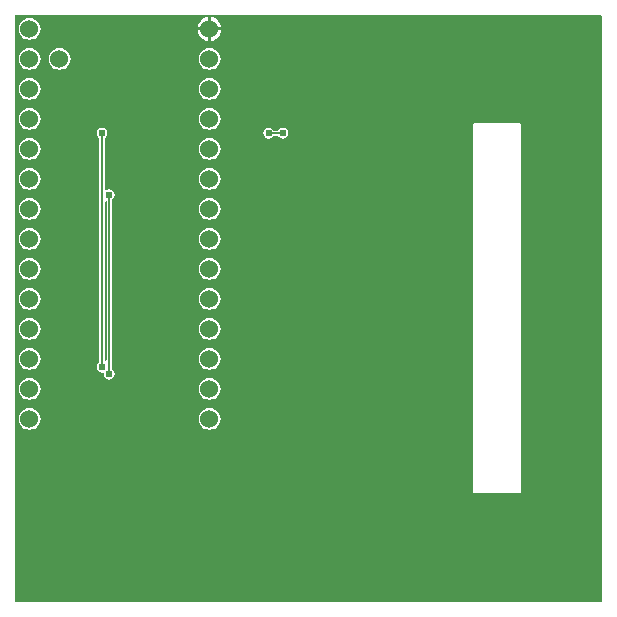
<source format=gtl>
%FSLAX23Y23*%
%MOIN*%
G70*
G01*
G75*
G04 Layer_Physical_Order=1*
G04 Layer_Color=255*
%ADD10C,0.006*%
%ADD11C,0.060*%
%ADD12C,0.020*%
%ADD13C,0.024*%
G36*
X2963Y2959D02*
Y1004D01*
X1004D01*
Y2963D01*
X2959Y2963D01*
X2963Y2959D01*
D02*
G37*
%LPC*%
G36*
X1653Y2051D02*
X1644Y2050D01*
X1635Y2046D01*
X1628Y2040D01*
X1622Y2033D01*
X1618Y2024D01*
X1617Y2015D01*
X1618Y2005D01*
X1622Y1997D01*
X1628Y1989D01*
X1635Y1983D01*
X1644Y1980D01*
X1653Y1978D01*
X1663Y1980D01*
X1672Y1983D01*
X1679Y1989D01*
X1685Y1997D01*
X1688Y2005D01*
X1690Y2015D01*
X1688Y2024D01*
X1685Y2033D01*
X1679Y2040D01*
X1672Y2046D01*
X1663Y2050D01*
X1653Y2051D01*
D02*
G37*
G36*
X1053Y2151D02*
X1044Y2150D01*
X1035Y2146D01*
X1028Y2140D01*
X1022Y2133D01*
X1018Y2124D01*
X1017Y2115D01*
X1018Y2105D01*
X1022Y2097D01*
X1028Y2089D01*
X1035Y2083D01*
X1044Y2080D01*
X1053Y2078D01*
X1063Y2080D01*
X1072Y2083D01*
X1079Y2089D01*
X1085Y2097D01*
X1088Y2105D01*
X1090Y2115D01*
X1088Y2124D01*
X1085Y2133D01*
X1079Y2140D01*
X1072Y2146D01*
X1063Y2150D01*
X1053Y2151D01*
D02*
G37*
G36*
X1653Y1951D02*
X1644Y1950D01*
X1635Y1946D01*
X1628Y1940D01*
X1622Y1933D01*
X1618Y1924D01*
X1617Y1915D01*
X1618Y1905D01*
X1622Y1897D01*
X1628Y1889D01*
X1635Y1883D01*
X1644Y1880D01*
X1653Y1878D01*
X1663Y1880D01*
X1672Y1883D01*
X1679Y1889D01*
X1685Y1897D01*
X1688Y1905D01*
X1690Y1915D01*
X1688Y1924D01*
X1685Y1933D01*
X1679Y1940D01*
X1672Y1946D01*
X1663Y1950D01*
X1653Y1951D01*
D02*
G37*
G36*
X1053Y2051D02*
X1044Y2050D01*
X1035Y2046D01*
X1028Y2040D01*
X1022Y2033D01*
X1018Y2024D01*
X1017Y2015D01*
X1018Y2005D01*
X1022Y1997D01*
X1028Y1989D01*
X1035Y1983D01*
X1044Y1980D01*
X1053Y1978D01*
X1063Y1980D01*
X1072Y1983D01*
X1079Y1989D01*
X1085Y1997D01*
X1088Y2005D01*
X1090Y2015D01*
X1088Y2024D01*
X1085Y2033D01*
X1079Y2040D01*
X1072Y2046D01*
X1063Y2050D01*
X1053Y2051D01*
D02*
G37*
G36*
X1653Y2251D02*
X1644Y2250D01*
X1635Y2246D01*
X1628Y2240D01*
X1622Y2233D01*
X1618Y2224D01*
X1617Y2215D01*
X1618Y2205D01*
X1622Y2197D01*
X1628Y2189D01*
X1635Y2183D01*
X1644Y2180D01*
X1653Y2178D01*
X1663Y2180D01*
X1672Y2183D01*
X1679Y2189D01*
X1685Y2197D01*
X1688Y2205D01*
X1690Y2215D01*
X1688Y2224D01*
X1685Y2233D01*
X1679Y2240D01*
X1672Y2246D01*
X1663Y2250D01*
X1653Y2251D01*
D02*
G37*
G36*
X1053Y2351D02*
X1044Y2350D01*
X1035Y2346D01*
X1028Y2340D01*
X1022Y2333D01*
X1018Y2324D01*
X1017Y2315D01*
X1018Y2305D01*
X1022Y2297D01*
X1028Y2289D01*
X1035Y2283D01*
X1044Y2280D01*
X1053Y2278D01*
X1063Y2280D01*
X1072Y2283D01*
X1079Y2289D01*
X1085Y2297D01*
X1088Y2305D01*
X1090Y2315D01*
X1088Y2324D01*
X1085Y2333D01*
X1079Y2340D01*
X1072Y2346D01*
X1063Y2350D01*
X1053Y2351D01*
D02*
G37*
G36*
X1653Y2151D02*
X1644Y2150D01*
X1635Y2146D01*
X1628Y2140D01*
X1622Y2133D01*
X1618Y2124D01*
X1617Y2115D01*
X1618Y2105D01*
X1622Y2097D01*
X1628Y2089D01*
X1635Y2083D01*
X1644Y2080D01*
X1653Y2078D01*
X1663Y2080D01*
X1672Y2083D01*
X1679Y2089D01*
X1685Y2097D01*
X1688Y2105D01*
X1690Y2115D01*
X1688Y2124D01*
X1685Y2133D01*
X1679Y2140D01*
X1672Y2146D01*
X1663Y2150D01*
X1653Y2151D01*
D02*
G37*
G36*
X1053Y2251D02*
X1044Y2250D01*
X1035Y2246D01*
X1028Y2240D01*
X1022Y2233D01*
X1018Y2224D01*
X1017Y2215D01*
X1018Y2205D01*
X1022Y2197D01*
X1028Y2189D01*
X1035Y2183D01*
X1044Y2180D01*
X1053Y2178D01*
X1063Y2180D01*
X1072Y2183D01*
X1079Y2189D01*
X1085Y2197D01*
X1088Y2205D01*
X1090Y2215D01*
X1088Y2224D01*
X1085Y2233D01*
X1079Y2240D01*
X1072Y2246D01*
X1063Y2250D01*
X1053Y2251D01*
D02*
G37*
G36*
Y1951D02*
X1044Y1950D01*
X1035Y1946D01*
X1028Y1940D01*
X1022Y1933D01*
X1018Y1924D01*
X1017Y1915D01*
X1018Y1905D01*
X1022Y1897D01*
X1028Y1889D01*
X1035Y1883D01*
X1044Y1880D01*
X1053Y1878D01*
X1063Y1880D01*
X1072Y1883D01*
X1079Y1889D01*
X1085Y1897D01*
X1088Y1905D01*
X1090Y1915D01*
X1088Y1924D01*
X1085Y1933D01*
X1079Y1940D01*
X1072Y1946D01*
X1063Y1950D01*
X1053Y1951D01*
D02*
G37*
G36*
X1653Y1651D02*
X1644Y1650D01*
X1635Y1646D01*
X1628Y1640D01*
X1622Y1633D01*
X1618Y1624D01*
X1617Y1615D01*
X1618Y1605D01*
X1622Y1597D01*
X1628Y1589D01*
X1635Y1583D01*
X1644Y1580D01*
X1653Y1578D01*
X1663Y1580D01*
X1672Y1583D01*
X1679Y1589D01*
X1685Y1597D01*
X1688Y1605D01*
X1690Y1615D01*
X1688Y1624D01*
X1685Y1633D01*
X1679Y1640D01*
X1672Y1646D01*
X1663Y1650D01*
X1653Y1651D01*
D02*
G37*
G36*
X1053Y1751D02*
X1044Y1750D01*
X1035Y1746D01*
X1028Y1740D01*
X1022Y1733D01*
X1018Y1724D01*
X1017Y1715D01*
X1018Y1705D01*
X1022Y1697D01*
X1028Y1689D01*
X1035Y1683D01*
X1044Y1680D01*
X1053Y1678D01*
X1063Y1680D01*
X1072Y1683D01*
X1079Y1689D01*
X1085Y1697D01*
X1088Y1705D01*
X1090Y1715D01*
X1088Y1724D01*
X1085Y1733D01*
X1079Y1740D01*
X1072Y1746D01*
X1063Y1750D01*
X1053Y1751D01*
D02*
G37*
G36*
X2685Y2601D02*
X2537D01*
X2533Y2599D01*
X2531Y2594D01*
Y1374D01*
X2533Y1369D01*
X2537Y1368D01*
X2685D01*
X2690Y1369D01*
X2692Y1374D01*
Y2594D01*
X2690Y2599D01*
X2685Y2601D01*
D02*
G37*
G36*
X1053Y1651D02*
X1044Y1650D01*
X1035Y1646D01*
X1028Y1640D01*
X1022Y1633D01*
X1018Y1624D01*
X1017Y1615D01*
X1018Y1605D01*
X1022Y1597D01*
X1028Y1589D01*
X1035Y1583D01*
X1044Y1580D01*
X1053Y1578D01*
X1063Y1580D01*
X1072Y1583D01*
X1079Y1589D01*
X1085Y1597D01*
X1088Y1605D01*
X1090Y1615D01*
X1088Y1624D01*
X1085Y1633D01*
X1079Y1640D01*
X1072Y1646D01*
X1063Y1650D01*
X1053Y1651D01*
D02*
G37*
G36*
Y1851D02*
X1044Y1850D01*
X1035Y1846D01*
X1028Y1840D01*
X1022Y1833D01*
X1018Y1824D01*
X1017Y1815D01*
X1018Y1805D01*
X1022Y1797D01*
X1028Y1789D01*
X1035Y1783D01*
X1044Y1780D01*
X1053Y1778D01*
X1063Y1780D01*
X1072Y1783D01*
X1079Y1789D01*
X1085Y1797D01*
X1088Y1805D01*
X1090Y1815D01*
X1088Y1824D01*
X1085Y1833D01*
X1079Y1840D01*
X1072Y1846D01*
X1063Y1850D01*
X1053Y1851D01*
D02*
G37*
G36*
X1653D02*
X1644Y1850D01*
X1635Y1846D01*
X1628Y1840D01*
X1622Y1833D01*
X1618Y1824D01*
X1617Y1815D01*
X1618Y1805D01*
X1622Y1797D01*
X1628Y1789D01*
X1635Y1783D01*
X1644Y1780D01*
X1653Y1778D01*
X1663Y1780D01*
X1672Y1783D01*
X1679Y1789D01*
X1685Y1797D01*
X1688Y1805D01*
X1690Y1815D01*
X1688Y1824D01*
X1685Y1833D01*
X1679Y1840D01*
X1672Y1846D01*
X1663Y1850D01*
X1653Y1851D01*
D02*
G37*
G36*
Y1751D02*
X1644Y1750D01*
X1635Y1746D01*
X1628Y1740D01*
X1622Y1733D01*
X1618Y1724D01*
X1617Y1715D01*
X1618Y1705D01*
X1622Y1697D01*
X1628Y1689D01*
X1635Y1683D01*
X1644Y1680D01*
X1653Y1678D01*
X1663Y1680D01*
X1672Y1683D01*
X1679Y1689D01*
X1685Y1697D01*
X1688Y1705D01*
X1690Y1715D01*
X1688Y1724D01*
X1685Y1733D01*
X1679Y1740D01*
X1672Y1746D01*
X1663Y1750D01*
X1653Y1751D01*
D02*
G37*
G36*
X1295Y2585D02*
X1288Y2584D01*
X1282Y2580D01*
X1278Y2574D01*
X1277Y2567D01*
X1278Y2560D01*
X1282Y2554D01*
X1286Y2552D01*
Y1803D01*
X1282Y1800D01*
X1278Y1794D01*
X1277Y1787D01*
X1278Y1780D01*
X1282Y1775D01*
X1288Y1771D01*
X1295Y1769D01*
X1298Y1770D01*
X1301Y1766D01*
X1301Y1764D01*
X1302Y1757D01*
X1306Y1751D01*
X1312Y1747D01*
X1319Y1746D01*
X1326Y1747D01*
X1332Y1751D01*
X1336Y1757D01*
X1337Y1764D01*
X1336Y1771D01*
X1332Y1777D01*
X1328Y1779D01*
Y2347D01*
X1332Y2349D01*
X1336Y2355D01*
X1337Y2362D01*
X1336Y2369D01*
X1332Y2375D01*
X1326Y2379D01*
X1319Y2380D01*
X1312Y2379D01*
X1309Y2377D01*
X1304Y2380D01*
Y2552D01*
X1308Y2554D01*
X1312Y2560D01*
X1313Y2567D01*
X1312Y2574D01*
X1308Y2580D01*
X1302Y2584D01*
X1295Y2585D01*
D02*
G37*
G36*
X1053Y2851D02*
X1044Y2850D01*
X1035Y2846D01*
X1028Y2840D01*
X1022Y2833D01*
X1018Y2824D01*
X1017Y2815D01*
X1018Y2805D01*
X1022Y2797D01*
X1028Y2789D01*
X1035Y2783D01*
X1044Y2780D01*
X1053Y2778D01*
X1063Y2780D01*
X1072Y2783D01*
X1079Y2789D01*
X1085Y2797D01*
X1088Y2805D01*
X1090Y2815D01*
X1088Y2824D01*
X1085Y2833D01*
X1079Y2840D01*
X1072Y2846D01*
X1063Y2850D01*
X1053Y2851D01*
D02*
G37*
G36*
X1153D02*
X1144Y2850D01*
X1135Y2846D01*
X1128Y2840D01*
X1122Y2833D01*
X1118Y2824D01*
X1117Y2815D01*
X1118Y2805D01*
X1122Y2797D01*
X1128Y2789D01*
X1135Y2783D01*
X1144Y2780D01*
X1153Y2778D01*
X1163Y2780D01*
X1172Y2783D01*
X1179Y2789D01*
X1185Y2797D01*
X1188Y2805D01*
X1190Y2815D01*
X1188Y2824D01*
X1185Y2833D01*
X1179Y2840D01*
X1172Y2846D01*
X1163Y2850D01*
X1153Y2851D01*
D02*
G37*
G36*
X1658Y2954D02*
Y2920D01*
X1693D01*
X1692Y2925D01*
X1688Y2935D01*
X1682Y2943D01*
X1674Y2950D01*
X1664Y2954D01*
X1658Y2954D01*
D02*
G37*
G36*
X1653Y2751D02*
X1644Y2750D01*
X1635Y2746D01*
X1628Y2740D01*
X1622Y2733D01*
X1618Y2724D01*
X1617Y2715D01*
X1618Y2705D01*
X1622Y2697D01*
X1628Y2689D01*
X1635Y2683D01*
X1644Y2680D01*
X1653Y2678D01*
X1663Y2680D01*
X1672Y2683D01*
X1679Y2689D01*
X1685Y2697D01*
X1688Y2705D01*
X1690Y2715D01*
X1688Y2724D01*
X1685Y2733D01*
X1679Y2740D01*
X1672Y2746D01*
X1663Y2750D01*
X1653Y2751D01*
D02*
G37*
G36*
Y2851D02*
X1644Y2850D01*
X1635Y2846D01*
X1628Y2840D01*
X1622Y2833D01*
X1618Y2824D01*
X1617Y2815D01*
X1618Y2805D01*
X1622Y2797D01*
X1628Y2789D01*
X1635Y2783D01*
X1644Y2780D01*
X1653Y2778D01*
X1663Y2780D01*
X1672Y2783D01*
X1679Y2789D01*
X1685Y2797D01*
X1688Y2805D01*
X1690Y2815D01*
X1688Y2824D01*
X1685Y2833D01*
X1679Y2840D01*
X1672Y2846D01*
X1663Y2850D01*
X1653Y2851D01*
D02*
G37*
G36*
X1053Y2951D02*
X1044Y2950D01*
X1035Y2946D01*
X1028Y2940D01*
X1022Y2933D01*
X1018Y2924D01*
X1017Y2915D01*
X1018Y2905D01*
X1022Y2897D01*
X1028Y2889D01*
X1035Y2883D01*
X1044Y2880D01*
X1053Y2878D01*
X1063Y2880D01*
X1072Y2883D01*
X1079Y2889D01*
X1085Y2897D01*
X1088Y2905D01*
X1090Y2915D01*
X1088Y2924D01*
X1085Y2933D01*
X1079Y2940D01*
X1072Y2946D01*
X1063Y2950D01*
X1053Y2951D01*
D02*
G37*
G36*
X1648Y2954D02*
X1643Y2954D01*
X1633Y2950D01*
X1625Y2943D01*
X1618Y2935D01*
X1614Y2925D01*
X1614Y2920D01*
X1648D01*
Y2954D01*
D02*
G37*
G36*
Y2910D02*
X1614D01*
X1614Y2904D01*
X1618Y2895D01*
X1625Y2886D01*
X1633Y2880D01*
X1643Y2876D01*
X1648Y2875D01*
Y2910D01*
D02*
G37*
G36*
X1693D02*
X1658D01*
Y2875D01*
X1664Y2876D01*
X1674Y2880D01*
X1682Y2886D01*
X1688Y2895D01*
X1692Y2904D01*
X1693Y2910D01*
D02*
G37*
G36*
X1653Y2451D02*
X1644Y2450D01*
X1635Y2446D01*
X1628Y2440D01*
X1622Y2433D01*
X1618Y2424D01*
X1617Y2415D01*
X1618Y2405D01*
X1622Y2397D01*
X1628Y2389D01*
X1635Y2383D01*
X1644Y2380D01*
X1653Y2378D01*
X1663Y2380D01*
X1672Y2383D01*
X1679Y2389D01*
X1685Y2397D01*
X1688Y2405D01*
X1690Y2415D01*
X1688Y2424D01*
X1685Y2433D01*
X1679Y2440D01*
X1672Y2446D01*
X1663Y2450D01*
X1653Y2451D01*
D02*
G37*
G36*
X1053Y2551D02*
X1044Y2550D01*
X1035Y2546D01*
X1028Y2540D01*
X1022Y2533D01*
X1018Y2524D01*
X1017Y2515D01*
X1018Y2505D01*
X1022Y2497D01*
X1028Y2489D01*
X1035Y2483D01*
X1044Y2480D01*
X1053Y2478D01*
X1063Y2480D01*
X1072Y2483D01*
X1079Y2489D01*
X1085Y2497D01*
X1088Y2505D01*
X1090Y2515D01*
X1088Y2524D01*
X1085Y2533D01*
X1079Y2540D01*
X1072Y2546D01*
X1063Y2550D01*
X1053Y2551D01*
D02*
G37*
G36*
X1653Y2351D02*
X1644Y2350D01*
X1635Y2346D01*
X1628Y2340D01*
X1622Y2333D01*
X1618Y2324D01*
X1617Y2315D01*
X1618Y2305D01*
X1622Y2297D01*
X1628Y2289D01*
X1635Y2283D01*
X1644Y2280D01*
X1653Y2278D01*
X1663Y2280D01*
X1672Y2283D01*
X1679Y2289D01*
X1685Y2297D01*
X1688Y2305D01*
X1690Y2315D01*
X1688Y2324D01*
X1685Y2333D01*
X1679Y2340D01*
X1672Y2346D01*
X1663Y2350D01*
X1653Y2351D01*
D02*
G37*
G36*
X1053Y2451D02*
X1044Y2450D01*
X1035Y2446D01*
X1028Y2440D01*
X1022Y2433D01*
X1018Y2424D01*
X1017Y2415D01*
X1018Y2405D01*
X1022Y2397D01*
X1028Y2389D01*
X1035Y2383D01*
X1044Y2380D01*
X1053Y2378D01*
X1063Y2380D01*
X1072Y2383D01*
X1079Y2389D01*
X1085Y2397D01*
X1088Y2405D01*
X1090Y2415D01*
X1088Y2424D01*
X1085Y2433D01*
X1079Y2440D01*
X1072Y2446D01*
X1063Y2450D01*
X1053Y2451D01*
D02*
G37*
G36*
X1653Y2551D02*
X1644Y2550D01*
X1635Y2546D01*
X1628Y2540D01*
X1622Y2533D01*
X1618Y2524D01*
X1617Y2515D01*
X1618Y2505D01*
X1622Y2497D01*
X1628Y2489D01*
X1635Y2483D01*
X1644Y2480D01*
X1653Y2478D01*
X1663Y2480D01*
X1672Y2483D01*
X1679Y2489D01*
X1685Y2497D01*
X1688Y2505D01*
X1690Y2515D01*
X1688Y2524D01*
X1685Y2533D01*
X1679Y2540D01*
X1672Y2546D01*
X1663Y2550D01*
X1653Y2551D01*
D02*
G37*
G36*
Y2651D02*
X1644Y2650D01*
X1635Y2646D01*
X1628Y2640D01*
X1622Y2633D01*
X1618Y2624D01*
X1617Y2615D01*
X1618Y2605D01*
X1622Y2597D01*
X1628Y2589D01*
X1635Y2583D01*
X1644Y2580D01*
X1653Y2578D01*
X1663Y2580D01*
X1672Y2583D01*
X1679Y2589D01*
X1685Y2597D01*
X1688Y2605D01*
X1690Y2615D01*
X1688Y2624D01*
X1685Y2633D01*
X1679Y2640D01*
X1672Y2646D01*
X1663Y2650D01*
X1653Y2651D01*
D02*
G37*
G36*
X1053Y2751D02*
X1044Y2750D01*
X1035Y2746D01*
X1028Y2740D01*
X1022Y2733D01*
X1018Y2724D01*
X1017Y2715D01*
X1018Y2705D01*
X1022Y2697D01*
X1028Y2689D01*
X1035Y2683D01*
X1044Y2680D01*
X1053Y2678D01*
X1063Y2680D01*
X1072Y2683D01*
X1079Y2689D01*
X1085Y2697D01*
X1088Y2705D01*
X1090Y2715D01*
X1088Y2724D01*
X1085Y2733D01*
X1079Y2740D01*
X1072Y2746D01*
X1063Y2750D01*
X1053Y2751D01*
D02*
G37*
G36*
X1898Y2585D02*
X1891Y2584D01*
X1885Y2580D01*
X1882Y2576D01*
X1866D01*
X1863Y2580D01*
X1857Y2584D01*
X1850Y2585D01*
X1843Y2584D01*
X1838Y2580D01*
X1834Y2574D01*
X1832Y2567D01*
X1834Y2560D01*
X1838Y2554D01*
X1843Y2550D01*
X1850Y2549D01*
X1857Y2550D01*
X1863Y2554D01*
X1866Y2558D01*
X1882D01*
X1885Y2554D01*
X1891Y2550D01*
X1898Y2549D01*
X1905Y2550D01*
X1910Y2554D01*
X1914Y2560D01*
X1916Y2567D01*
X1914Y2574D01*
X1910Y2580D01*
X1905Y2584D01*
X1898Y2585D01*
D02*
G37*
G36*
X1053Y2651D02*
X1044Y2650D01*
X1035Y2646D01*
X1028Y2640D01*
X1022Y2633D01*
X1018Y2624D01*
X1017Y2615D01*
X1018Y2605D01*
X1022Y2597D01*
X1028Y2589D01*
X1035Y2583D01*
X1044Y2580D01*
X1053Y2578D01*
X1063Y2580D01*
X1072Y2583D01*
X1079Y2589D01*
X1085Y2597D01*
X1088Y2605D01*
X1090Y2615D01*
X1088Y2624D01*
X1085Y2633D01*
X1079Y2640D01*
X1072Y2646D01*
X1063Y2650D01*
X1053Y2651D01*
D02*
G37*
%LPD*%
G36*
X1310Y2342D02*
Y1811D01*
X1305Y1808D01*
X1304Y1808D01*
Y2339D01*
X1309Y2342D01*
X1310Y2342D01*
D02*
G37*
D10*
X1295Y1787D02*
Y2567D01*
X1850D02*
X1898D01*
X1319Y1764D02*
Y2362D01*
D11*
X1053Y2915D02*
D03*
Y2815D02*
D03*
Y2715D02*
D03*
Y2615D02*
D03*
Y2515D02*
D03*
Y2415D02*
D03*
Y2315D02*
D03*
Y2215D02*
D03*
Y2115D02*
D03*
Y2015D02*
D03*
Y1915D02*
D03*
Y1815D02*
D03*
Y1715D02*
D03*
Y1615D02*
D03*
X1653Y2915D02*
D03*
Y1615D02*
D03*
Y1715D02*
D03*
Y1815D02*
D03*
Y1915D02*
D03*
Y2015D02*
D03*
Y2115D02*
D03*
Y2215D02*
D03*
Y2315D02*
D03*
Y2415D02*
D03*
Y2515D02*
D03*
Y2615D02*
D03*
Y2715D02*
D03*
Y2815D02*
D03*
X1153D02*
D03*
D12*
X1181Y1181D02*
D03*
X1280Y1378D02*
D03*
X1181Y1575D02*
D03*
Y2362D02*
D03*
Y2756D02*
D03*
X1378Y1181D02*
D03*
X1476Y1378D02*
D03*
X1378Y1575D02*
D03*
X1476Y1772D02*
D03*
X1378Y1969D02*
D03*
X1476Y2165D02*
D03*
X1378Y2756D02*
D03*
X1575Y1181D02*
D03*
X1673Y1378D02*
D03*
X1575Y1969D02*
D03*
X1673Y2165D02*
D03*
X1575Y2756D02*
D03*
X1772Y1181D02*
D03*
X1870Y1378D02*
D03*
X1772Y1575D02*
D03*
X1870Y1772D02*
D03*
Y2165D02*
D03*
X1772Y2756D02*
D03*
X1969Y1181D02*
D03*
X2067Y1378D02*
D03*
Y1772D02*
D03*
Y2165D02*
D03*
X1969Y2756D02*
D03*
X2165Y1181D02*
D03*
X2264Y1378D02*
D03*
X2165Y2362D02*
D03*
Y2756D02*
D03*
X2362Y1181D02*
D03*
X2461Y1378D02*
D03*
X2362Y1575D02*
D03*
X2461Y1772D02*
D03*
X2362Y1969D02*
D03*
X2461Y2165D02*
D03*
X2362Y2362D02*
D03*
Y2756D02*
D03*
X2559Y1181D02*
D03*
Y2756D02*
D03*
X2756Y1181D02*
D03*
X2854Y1378D02*
D03*
X2756Y1575D02*
D03*
X2854Y1772D02*
D03*
X2756Y1969D02*
D03*
X2854Y2165D02*
D03*
X2756Y2362D02*
D03*
X2854Y2559D02*
D03*
X2756Y2756D02*
D03*
D13*
X1295Y1787D02*
D03*
Y2567D02*
D03*
X1850D02*
D03*
X1898D02*
D03*
X1319Y1764D02*
D03*
Y2362D02*
D03*
X1921Y2543D02*
D03*
M02*

</source>
